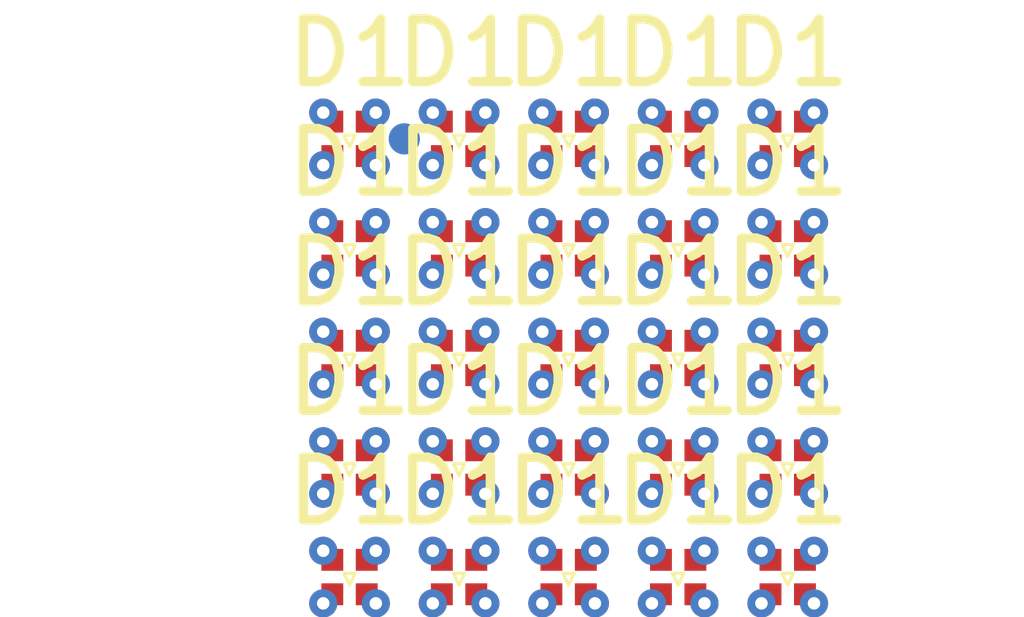
<source format=kicad_pcb>
(kicad_pcb (version 20171130) (host pcbnew 5.1.10)

  (general
    (thickness 1.6)
    (drawings 0)
    (tracks 125)
    (zones 0)
    (modules 26)
    (nets 5)
  )

  (page A4)
  (layers
    (0 F.Cu signal)
    (31 B.Cu signal)
    (32 B.Adhes user)
    (33 F.Adhes user)
    (34 B.Paste user)
    (35 F.Paste user)
    (36 B.SilkS user)
    (37 F.SilkS user)
    (38 B.Mask user)
    (39 F.Mask user)
    (40 Dwgs.User user)
    (41 Cmts.User user)
    (42 Eco1.User user)
    (43 Eco2.User user)
    (44 Edge.Cuts user)
    (45 Margin user)
    (46 B.CrtYd user)
    (47 F.CrtYd user)
    (48 B.Fab user)
    (49 F.Fab user)
  )

  (setup
    (last_trace_width 0.09)
    (user_trace_width 0.127)
    (trace_clearance 0.127)
    (zone_clearance 0.508)
    (zone_45_only no)
    (trace_min 0.09)
    (via_size 0.45)
    (via_drill 0.2)
    (via_min_size 0.45)
    (via_min_drill 0.2)
    (uvia_size 0.3)
    (uvia_drill 0.1)
    (uvias_allowed no)
    (uvia_min_size 0.2)
    (uvia_min_drill 0.1)
    (edge_width 0.05)
    (segment_width 0.2)
    (pcb_text_width 0.3)
    (pcb_text_size 1.5 1.5)
    (mod_edge_width 0.12)
    (mod_text_size 1 1)
    (mod_text_width 0.15)
    (pad_size 1.524 1.524)
    (pad_drill 0.762)
    (pad_to_mask_clearance 0)
    (aux_axis_origin 0 0)
    (visible_elements FFFFFF7F)
    (pcbplotparams
      (layerselection 0x010fc_ffffffff)
      (usegerberextensions false)
      (usegerberattributes true)
      (usegerberadvancedattributes true)
      (creategerberjobfile true)
      (excludeedgelayer true)
      (linewidth 0.100000)
      (plotframeref false)
      (viasonmask false)
      (mode 1)
      (useauxorigin false)
      (hpglpennumber 1)
      (hpglpenspeed 20)
      (hpglpendiameter 15.000000)
      (psnegative false)
      (psa4output false)
      (plotreference true)
      (plotvalue true)
      (plotinvisibletext false)
      (padsonsilk false)
      (subtractmaskfromsilk false)
      (outputformat 1)
      (mirror false)
      (drillshape 1)
      (scaleselection 1)
      (outputdirectory ""))
  )

  (net 0 "")
  (net 1 "Net-(D1-Pad1)")
  (net 2 "Net-(D1-Pad2)")
  (net 3 "Net-(D1-Pad3)")
  (net 4 "Net-(D1-Pad4)")

  (net_class Default "This is the default net class."
    (clearance 0.127)
    (trace_width 0.09)
    (via_dia 0.45)
    (via_drill 0.2)
    (uvia_dia 0.3)
    (uvia_drill 0.1)
    (add_net "Net-(D1-Pad1)")
    (add_net "Net-(D1-Pad2)")
    (add_net "Net-(D1-Pad3)")
    (add_net "Net-(D1-Pad4)")
  )

  (module LED_SMD_RGB:MHPA0808RGBDT (layer F.Cu) (tedit 60A059CC) (tstamp 613CFE53)
    (at 121.5 108.45)
    (path /60A05D76)
    (attr smd)
    (fp_text reference D1 (at 0 -1.37) (layer F.SilkS)
      (effects (font (size 1 1) (thickness 0.15)))
    )
    (fp_text value LED_ARGB (at 0 -0.5) (layer F.Fab)
      (effects (font (size 1 1) (thickness 0.15)))
    )
    (fp_line (start -0.09 -0.06) (end 0.09 -0.06) (layer F.SilkS) (width 0.05))
    (fp_line (start 0.09 -0.06) (end 0 0.13) (layer F.SilkS) (width 0.05))
    (fp_line (start 0 0.13) (end -0.09 -0.06) (layer F.SilkS) (width 0.05))
    (pad 4 smd rect (at -0.275 -0.275) (size 0.35 0.35) (layers F.Cu F.Paste F.Mask)
      (net 4 "Net-(D1-Pad4)"))
    (pad 3 smd rect (at -0.275 0.275) (size 0.35 0.35) (layers F.Cu F.Paste F.Mask)
      (net 3 "Net-(D1-Pad3)"))
    (pad 2 smd rect (at 0.275 0.275 180) (size 0.35 0.35) (layers F.Cu F.Paste F.Mask)
      (net 2 "Net-(D1-Pad2)"))
    (pad 1 smd rect (at 0.275 -0.275 180) (size 0.35 0.35) (layers F.Cu F.Paste F.Mask)
      (net 1 "Net-(D1-Pad1)"))
    (model ${KISYS3DMOD}/LED_SMD.3dshapes/LED_0201_0603Metric.step
      (offset (xyz 0 0 -0.05))
      (scale (xyz 1 1.8 1.9))
      (rotate (xyz 0 0 0))
    )
  )

  (module LED_SMD_RGB:MHPA0808RGBDT (layer F.Cu) (tedit 60A059CC) (tstamp 613CFE3F)
    (at 119.75 108.45)
    (path /60A05D76)
    (attr smd)
    (fp_text reference D1 (at 0 -1.37) (layer F.SilkS)
      (effects (font (size 1 1) (thickness 0.15)))
    )
    (fp_text value LED_ARGB (at 0 -0.5) (layer F.Fab)
      (effects (font (size 1 1) (thickness 0.15)))
    )
    (fp_line (start -0.09 -0.06) (end 0.09 -0.06) (layer F.SilkS) (width 0.05))
    (fp_line (start 0.09 -0.06) (end 0 0.13) (layer F.SilkS) (width 0.05))
    (fp_line (start 0 0.13) (end -0.09 -0.06) (layer F.SilkS) (width 0.05))
    (pad 4 smd rect (at -0.275 -0.275) (size 0.35 0.35) (layers F.Cu F.Paste F.Mask)
      (net 4 "Net-(D1-Pad4)"))
    (pad 3 smd rect (at -0.275 0.275) (size 0.35 0.35) (layers F.Cu F.Paste F.Mask)
      (net 3 "Net-(D1-Pad3)"))
    (pad 2 smd rect (at 0.275 0.275 180) (size 0.35 0.35) (layers F.Cu F.Paste F.Mask)
      (net 2 "Net-(D1-Pad2)"))
    (pad 1 smd rect (at 0.275 -0.275 180) (size 0.35 0.35) (layers F.Cu F.Paste F.Mask)
      (net 1 "Net-(D1-Pad1)"))
    (model ${KISYS3DMOD}/LED_SMD.3dshapes/LED_0201_0603Metric.step
      (offset (xyz 0 0 -0.05))
      (scale (xyz 1 1.8 1.9))
      (rotate (xyz 0 0 0))
    )
  )

  (module LED_SMD_RGB:MHPA0808RGBDT (layer F.Cu) (tedit 60A059CC) (tstamp 613CFE2B)
    (at 118 108.45)
    (path /60A05D76)
    (attr smd)
    (fp_text reference D1 (at 0 -1.37) (layer F.SilkS)
      (effects (font (size 1 1) (thickness 0.15)))
    )
    (fp_text value LED_ARGB (at 0 -0.5) (layer F.Fab)
      (effects (font (size 1 1) (thickness 0.15)))
    )
    (fp_line (start -0.09 -0.06) (end 0.09 -0.06) (layer F.SilkS) (width 0.05))
    (fp_line (start 0.09 -0.06) (end 0 0.13) (layer F.SilkS) (width 0.05))
    (fp_line (start 0 0.13) (end -0.09 -0.06) (layer F.SilkS) (width 0.05))
    (pad 4 smd rect (at -0.275 -0.275) (size 0.35 0.35) (layers F.Cu F.Paste F.Mask)
      (net 4 "Net-(D1-Pad4)"))
    (pad 3 smd rect (at -0.275 0.275) (size 0.35 0.35) (layers F.Cu F.Paste F.Mask)
      (net 3 "Net-(D1-Pad3)"))
    (pad 2 smd rect (at 0.275 0.275 180) (size 0.35 0.35) (layers F.Cu F.Paste F.Mask)
      (net 2 "Net-(D1-Pad2)"))
    (pad 1 smd rect (at 0.275 -0.275 180) (size 0.35 0.35) (layers F.Cu F.Paste F.Mask)
      (net 1 "Net-(D1-Pad1)"))
    (model ${KISYS3DMOD}/LED_SMD.3dshapes/LED_0201_0603Metric.step
      (offset (xyz 0 0 -0.05))
      (scale (xyz 1 1.8 1.9))
      (rotate (xyz 0 0 0))
    )
  )

  (module LED_SMD_RGB:MHPA0808RGBDT (layer F.Cu) (tedit 60A059CC) (tstamp 613CFE17)
    (at 116.25 108.45)
    (path /60A05D76)
    (attr smd)
    (fp_text reference D1 (at 0 -1.37) (layer F.SilkS)
      (effects (font (size 1 1) (thickness 0.15)))
    )
    (fp_text value LED_ARGB (at 0 -0.5) (layer F.Fab)
      (effects (font (size 1 1) (thickness 0.15)))
    )
    (fp_line (start -0.09 -0.06) (end 0.09 -0.06) (layer F.SilkS) (width 0.05))
    (fp_line (start 0.09 -0.06) (end 0 0.13) (layer F.SilkS) (width 0.05))
    (fp_line (start 0 0.13) (end -0.09 -0.06) (layer F.SilkS) (width 0.05))
    (pad 4 smd rect (at -0.275 -0.275) (size 0.35 0.35) (layers F.Cu F.Paste F.Mask)
      (net 4 "Net-(D1-Pad4)"))
    (pad 3 smd rect (at -0.275 0.275) (size 0.35 0.35) (layers F.Cu F.Paste F.Mask)
      (net 3 "Net-(D1-Pad3)"))
    (pad 2 smd rect (at 0.275 0.275 180) (size 0.35 0.35) (layers F.Cu F.Paste F.Mask)
      (net 2 "Net-(D1-Pad2)"))
    (pad 1 smd rect (at 0.275 -0.275 180) (size 0.35 0.35) (layers F.Cu F.Paste F.Mask)
      (net 1 "Net-(D1-Pad1)"))
    (model ${KISYS3DMOD}/LED_SMD.3dshapes/LED_0201_0603Metric.step
      (offset (xyz 0 0 -0.05))
      (scale (xyz 1 1.8 1.9))
      (rotate (xyz 0 0 0))
    )
  )

  (module LED_SMD_RGB:MHPA0808RGBDT (layer F.Cu) (tedit 60A059CC) (tstamp 613CFE03)
    (at 114.5 108.45)
    (path /60A05D76)
    (attr smd)
    (fp_text reference D1 (at 0 -1.37) (layer F.SilkS)
      (effects (font (size 1 1) (thickness 0.15)))
    )
    (fp_text value LED_ARGB (at 0 -0.5) (layer F.Fab)
      (effects (font (size 1 1) (thickness 0.15)))
    )
    (fp_line (start -0.09 -0.06) (end 0.09 -0.06) (layer F.SilkS) (width 0.05))
    (fp_line (start 0.09 -0.06) (end 0 0.13) (layer F.SilkS) (width 0.05))
    (fp_line (start 0 0.13) (end -0.09 -0.06) (layer F.SilkS) (width 0.05))
    (pad 4 smd rect (at -0.275 -0.275) (size 0.35 0.35) (layers F.Cu F.Paste F.Mask)
      (net 4 "Net-(D1-Pad4)"))
    (pad 3 smd rect (at -0.275 0.275) (size 0.35 0.35) (layers F.Cu F.Paste F.Mask)
      (net 3 "Net-(D1-Pad3)"))
    (pad 2 smd rect (at 0.275 0.275 180) (size 0.35 0.35) (layers F.Cu F.Paste F.Mask)
      (net 2 "Net-(D1-Pad2)"))
    (pad 1 smd rect (at 0.275 -0.275 180) (size 0.35 0.35) (layers F.Cu F.Paste F.Mask)
      (net 1 "Net-(D1-Pad1)"))
    (model ${KISYS3DMOD}/LED_SMD.3dshapes/LED_0201_0603Metric.step
      (offset (xyz 0 0 -0.05))
      (scale (xyz 1 1.8 1.9))
      (rotate (xyz 0 0 0))
    )
  )

  (module LED_SMD_RGB:MHPA0808RGBDT (layer F.Cu) (tedit 60A059CC) (tstamp 613CFDEF)
    (at 121.5 106.7)
    (path /60A05D76)
    (attr smd)
    (fp_text reference D1 (at 0 -1.37) (layer F.SilkS)
      (effects (font (size 1 1) (thickness 0.15)))
    )
    (fp_text value LED_ARGB (at 0 -0.5) (layer F.Fab)
      (effects (font (size 1 1) (thickness 0.15)))
    )
    (fp_line (start -0.09 -0.06) (end 0.09 -0.06) (layer F.SilkS) (width 0.05))
    (fp_line (start 0.09 -0.06) (end 0 0.13) (layer F.SilkS) (width 0.05))
    (fp_line (start 0 0.13) (end -0.09 -0.06) (layer F.SilkS) (width 0.05))
    (pad 4 smd rect (at -0.275 -0.275) (size 0.35 0.35) (layers F.Cu F.Paste F.Mask)
      (net 4 "Net-(D1-Pad4)"))
    (pad 3 smd rect (at -0.275 0.275) (size 0.35 0.35) (layers F.Cu F.Paste F.Mask)
      (net 3 "Net-(D1-Pad3)"))
    (pad 2 smd rect (at 0.275 0.275 180) (size 0.35 0.35) (layers F.Cu F.Paste F.Mask)
      (net 2 "Net-(D1-Pad2)"))
    (pad 1 smd rect (at 0.275 -0.275 180) (size 0.35 0.35) (layers F.Cu F.Paste F.Mask)
      (net 1 "Net-(D1-Pad1)"))
    (model ${KISYS3DMOD}/LED_SMD.3dshapes/LED_0201_0603Metric.step
      (offset (xyz 0 0 -0.05))
      (scale (xyz 1 1.8 1.9))
      (rotate (xyz 0 0 0))
    )
  )

  (module LED_SMD_RGB:MHPA0808RGBDT (layer F.Cu) (tedit 60A059CC) (tstamp 613CFDDB)
    (at 119.75 106.7)
    (path /60A05D76)
    (attr smd)
    (fp_text reference D1 (at 0 -1.37) (layer F.SilkS)
      (effects (font (size 1 1) (thickness 0.15)))
    )
    (fp_text value LED_ARGB (at 0 -0.5) (layer F.Fab)
      (effects (font (size 1 1) (thickness 0.15)))
    )
    (fp_line (start -0.09 -0.06) (end 0.09 -0.06) (layer F.SilkS) (width 0.05))
    (fp_line (start 0.09 -0.06) (end 0 0.13) (layer F.SilkS) (width 0.05))
    (fp_line (start 0 0.13) (end -0.09 -0.06) (layer F.SilkS) (width 0.05))
    (pad 4 smd rect (at -0.275 -0.275) (size 0.35 0.35) (layers F.Cu F.Paste F.Mask)
      (net 4 "Net-(D1-Pad4)"))
    (pad 3 smd rect (at -0.275 0.275) (size 0.35 0.35) (layers F.Cu F.Paste F.Mask)
      (net 3 "Net-(D1-Pad3)"))
    (pad 2 smd rect (at 0.275 0.275 180) (size 0.35 0.35) (layers F.Cu F.Paste F.Mask)
      (net 2 "Net-(D1-Pad2)"))
    (pad 1 smd rect (at 0.275 -0.275 180) (size 0.35 0.35) (layers F.Cu F.Paste F.Mask)
      (net 1 "Net-(D1-Pad1)"))
    (model ${KISYS3DMOD}/LED_SMD.3dshapes/LED_0201_0603Metric.step
      (offset (xyz 0 0 -0.05))
      (scale (xyz 1 1.8 1.9))
      (rotate (xyz 0 0 0))
    )
  )

  (module LED_SMD_RGB:MHPA0808RGBDT (layer F.Cu) (tedit 60A059CC) (tstamp 613CFDC7)
    (at 118 106.7)
    (path /60A05D76)
    (attr smd)
    (fp_text reference D1 (at 0 -1.37) (layer F.SilkS)
      (effects (font (size 1 1) (thickness 0.15)))
    )
    (fp_text value LED_ARGB (at 0 -0.5) (layer F.Fab)
      (effects (font (size 1 1) (thickness 0.15)))
    )
    (fp_line (start -0.09 -0.06) (end 0.09 -0.06) (layer F.SilkS) (width 0.05))
    (fp_line (start 0.09 -0.06) (end 0 0.13) (layer F.SilkS) (width 0.05))
    (fp_line (start 0 0.13) (end -0.09 -0.06) (layer F.SilkS) (width 0.05))
    (pad 4 smd rect (at -0.275 -0.275) (size 0.35 0.35) (layers F.Cu F.Paste F.Mask)
      (net 4 "Net-(D1-Pad4)"))
    (pad 3 smd rect (at -0.275 0.275) (size 0.35 0.35) (layers F.Cu F.Paste F.Mask)
      (net 3 "Net-(D1-Pad3)"))
    (pad 2 smd rect (at 0.275 0.275 180) (size 0.35 0.35) (layers F.Cu F.Paste F.Mask)
      (net 2 "Net-(D1-Pad2)"))
    (pad 1 smd rect (at 0.275 -0.275 180) (size 0.35 0.35) (layers F.Cu F.Paste F.Mask)
      (net 1 "Net-(D1-Pad1)"))
    (model ${KISYS3DMOD}/LED_SMD.3dshapes/LED_0201_0603Metric.step
      (offset (xyz 0 0 -0.05))
      (scale (xyz 1 1.8 1.9))
      (rotate (xyz 0 0 0))
    )
  )

  (module LED_SMD_RGB:MHPA0808RGBDT (layer F.Cu) (tedit 60A059CC) (tstamp 613CFDB3)
    (at 116.25 106.7)
    (path /60A05D76)
    (attr smd)
    (fp_text reference D1 (at 0 -1.37) (layer F.SilkS)
      (effects (font (size 1 1) (thickness 0.15)))
    )
    (fp_text value LED_ARGB (at 0 -0.5) (layer F.Fab)
      (effects (font (size 1 1) (thickness 0.15)))
    )
    (fp_line (start -0.09 -0.06) (end 0.09 -0.06) (layer F.SilkS) (width 0.05))
    (fp_line (start 0.09 -0.06) (end 0 0.13) (layer F.SilkS) (width 0.05))
    (fp_line (start 0 0.13) (end -0.09 -0.06) (layer F.SilkS) (width 0.05))
    (pad 4 smd rect (at -0.275 -0.275) (size 0.35 0.35) (layers F.Cu F.Paste F.Mask)
      (net 4 "Net-(D1-Pad4)"))
    (pad 3 smd rect (at -0.275 0.275) (size 0.35 0.35) (layers F.Cu F.Paste F.Mask)
      (net 3 "Net-(D1-Pad3)"))
    (pad 2 smd rect (at 0.275 0.275 180) (size 0.35 0.35) (layers F.Cu F.Paste F.Mask)
      (net 2 "Net-(D1-Pad2)"))
    (pad 1 smd rect (at 0.275 -0.275 180) (size 0.35 0.35) (layers F.Cu F.Paste F.Mask)
      (net 1 "Net-(D1-Pad1)"))
    (model ${KISYS3DMOD}/LED_SMD.3dshapes/LED_0201_0603Metric.step
      (offset (xyz 0 0 -0.05))
      (scale (xyz 1 1.8 1.9))
      (rotate (xyz 0 0 0))
    )
  )

  (module LED_SMD_RGB:MHPA0808RGBDT (layer F.Cu) (tedit 60A059CC) (tstamp 613CFD9F)
    (at 114.5 106.7)
    (path /60A05D76)
    (attr smd)
    (fp_text reference D1 (at 0 -1.37) (layer F.SilkS)
      (effects (font (size 1 1) (thickness 0.15)))
    )
    (fp_text value LED_ARGB (at 0 -0.5) (layer F.Fab)
      (effects (font (size 1 1) (thickness 0.15)))
    )
    (fp_line (start -0.09 -0.06) (end 0.09 -0.06) (layer F.SilkS) (width 0.05))
    (fp_line (start 0.09 -0.06) (end 0 0.13) (layer F.SilkS) (width 0.05))
    (fp_line (start 0 0.13) (end -0.09 -0.06) (layer F.SilkS) (width 0.05))
    (pad 4 smd rect (at -0.275 -0.275) (size 0.35 0.35) (layers F.Cu F.Paste F.Mask)
      (net 4 "Net-(D1-Pad4)"))
    (pad 3 smd rect (at -0.275 0.275) (size 0.35 0.35) (layers F.Cu F.Paste F.Mask)
      (net 3 "Net-(D1-Pad3)"))
    (pad 2 smd rect (at 0.275 0.275 180) (size 0.35 0.35) (layers F.Cu F.Paste F.Mask)
      (net 2 "Net-(D1-Pad2)"))
    (pad 1 smd rect (at 0.275 -0.275 180) (size 0.35 0.35) (layers F.Cu F.Paste F.Mask)
      (net 1 "Net-(D1-Pad1)"))
    (model ${KISYS3DMOD}/LED_SMD.3dshapes/LED_0201_0603Metric.step
      (offset (xyz 0 0 -0.05))
      (scale (xyz 1 1.8 1.9))
      (rotate (xyz 0 0 0))
    )
  )

  (module LED_SMD_RGB:MHPA0808RGBDT (layer F.Cu) (tedit 60A059CC) (tstamp 613CFD8B)
    (at 121.5 104.95)
    (path /60A05D76)
    (attr smd)
    (fp_text reference D1 (at 0 -1.37) (layer F.SilkS)
      (effects (font (size 1 1) (thickness 0.15)))
    )
    (fp_text value LED_ARGB (at 0 -0.5) (layer F.Fab)
      (effects (font (size 1 1) (thickness 0.15)))
    )
    (fp_line (start -0.09 -0.06) (end 0.09 -0.06) (layer F.SilkS) (width 0.05))
    (fp_line (start 0.09 -0.06) (end 0 0.13) (layer F.SilkS) (width 0.05))
    (fp_line (start 0 0.13) (end -0.09 -0.06) (layer F.SilkS) (width 0.05))
    (pad 4 smd rect (at -0.275 -0.275) (size 0.35 0.35) (layers F.Cu F.Paste F.Mask)
      (net 4 "Net-(D1-Pad4)"))
    (pad 3 smd rect (at -0.275 0.275) (size 0.35 0.35) (layers F.Cu F.Paste F.Mask)
      (net 3 "Net-(D1-Pad3)"))
    (pad 2 smd rect (at 0.275 0.275 180) (size 0.35 0.35) (layers F.Cu F.Paste F.Mask)
      (net 2 "Net-(D1-Pad2)"))
    (pad 1 smd rect (at 0.275 -0.275 180) (size 0.35 0.35) (layers F.Cu F.Paste F.Mask)
      (net 1 "Net-(D1-Pad1)"))
    (model ${KISYS3DMOD}/LED_SMD.3dshapes/LED_0201_0603Metric.step
      (offset (xyz 0 0 -0.05))
      (scale (xyz 1 1.8 1.9))
      (rotate (xyz 0 0 0))
    )
  )

  (module LED_SMD_RGB:MHPA0808RGBDT (layer F.Cu) (tedit 60A059CC) (tstamp 613CFD77)
    (at 119.75 104.95)
    (path /60A05D76)
    (attr smd)
    (fp_text reference D1 (at 0 -1.37) (layer F.SilkS)
      (effects (font (size 1 1) (thickness 0.15)))
    )
    (fp_text value LED_ARGB (at 0 -0.5) (layer F.Fab)
      (effects (font (size 1 1) (thickness 0.15)))
    )
    (fp_line (start -0.09 -0.06) (end 0.09 -0.06) (layer F.SilkS) (width 0.05))
    (fp_line (start 0.09 -0.06) (end 0 0.13) (layer F.SilkS) (width 0.05))
    (fp_line (start 0 0.13) (end -0.09 -0.06) (layer F.SilkS) (width 0.05))
    (pad 4 smd rect (at -0.275 -0.275) (size 0.35 0.35) (layers F.Cu F.Paste F.Mask)
      (net 4 "Net-(D1-Pad4)"))
    (pad 3 smd rect (at -0.275 0.275) (size 0.35 0.35) (layers F.Cu F.Paste F.Mask)
      (net 3 "Net-(D1-Pad3)"))
    (pad 2 smd rect (at 0.275 0.275 180) (size 0.35 0.35) (layers F.Cu F.Paste F.Mask)
      (net 2 "Net-(D1-Pad2)"))
    (pad 1 smd rect (at 0.275 -0.275 180) (size 0.35 0.35) (layers F.Cu F.Paste F.Mask)
      (net 1 "Net-(D1-Pad1)"))
    (model ${KISYS3DMOD}/LED_SMD.3dshapes/LED_0201_0603Metric.step
      (offset (xyz 0 0 -0.05))
      (scale (xyz 1 1.8 1.9))
      (rotate (xyz 0 0 0))
    )
  )

  (module LED_SMD_RGB:MHPA0808RGBDT (layer F.Cu) (tedit 60A059CC) (tstamp 613CFD63)
    (at 118 104.95)
    (path /60A05D76)
    (attr smd)
    (fp_text reference D1 (at 0 -1.37) (layer F.SilkS)
      (effects (font (size 1 1) (thickness 0.15)))
    )
    (fp_text value LED_ARGB (at 0 -0.5) (layer F.Fab)
      (effects (font (size 1 1) (thickness 0.15)))
    )
    (fp_line (start -0.09 -0.06) (end 0.09 -0.06) (layer F.SilkS) (width 0.05))
    (fp_line (start 0.09 -0.06) (end 0 0.13) (layer F.SilkS) (width 0.05))
    (fp_line (start 0 0.13) (end -0.09 -0.06) (layer F.SilkS) (width 0.05))
    (pad 4 smd rect (at -0.275 -0.275) (size 0.35 0.35) (layers F.Cu F.Paste F.Mask)
      (net 4 "Net-(D1-Pad4)"))
    (pad 3 smd rect (at -0.275 0.275) (size 0.35 0.35) (layers F.Cu F.Paste F.Mask)
      (net 3 "Net-(D1-Pad3)"))
    (pad 2 smd rect (at 0.275 0.275 180) (size 0.35 0.35) (layers F.Cu F.Paste F.Mask)
      (net 2 "Net-(D1-Pad2)"))
    (pad 1 smd rect (at 0.275 -0.275 180) (size 0.35 0.35) (layers F.Cu F.Paste F.Mask)
      (net 1 "Net-(D1-Pad1)"))
    (model ${KISYS3DMOD}/LED_SMD.3dshapes/LED_0201_0603Metric.step
      (offset (xyz 0 0 -0.05))
      (scale (xyz 1 1.8 1.9))
      (rotate (xyz 0 0 0))
    )
  )

  (module LED_SMD_RGB:MHPA0808RGBDT (layer F.Cu) (tedit 60A059CC) (tstamp 613CFD4F)
    (at 116.25 104.95)
    (path /60A05D76)
    (attr smd)
    (fp_text reference D1 (at 0 -1.37) (layer F.SilkS)
      (effects (font (size 1 1) (thickness 0.15)))
    )
    (fp_text value LED_ARGB (at 0 -0.5) (layer F.Fab)
      (effects (font (size 1 1) (thickness 0.15)))
    )
    (fp_line (start -0.09 -0.06) (end 0.09 -0.06) (layer F.SilkS) (width 0.05))
    (fp_line (start 0.09 -0.06) (end 0 0.13) (layer F.SilkS) (width 0.05))
    (fp_line (start 0 0.13) (end -0.09 -0.06) (layer F.SilkS) (width 0.05))
    (pad 4 smd rect (at -0.275 -0.275) (size 0.35 0.35) (layers F.Cu F.Paste F.Mask)
      (net 4 "Net-(D1-Pad4)"))
    (pad 3 smd rect (at -0.275 0.275) (size 0.35 0.35) (layers F.Cu F.Paste F.Mask)
      (net 3 "Net-(D1-Pad3)"))
    (pad 2 smd rect (at 0.275 0.275 180) (size 0.35 0.35) (layers F.Cu F.Paste F.Mask)
      (net 2 "Net-(D1-Pad2)"))
    (pad 1 smd rect (at 0.275 -0.275 180) (size 0.35 0.35) (layers F.Cu F.Paste F.Mask)
      (net 1 "Net-(D1-Pad1)"))
    (model ${KISYS3DMOD}/LED_SMD.3dshapes/LED_0201_0603Metric.step
      (offset (xyz 0 0 -0.05))
      (scale (xyz 1 1.8 1.9))
      (rotate (xyz 0 0 0))
    )
  )

  (module LED_SMD_RGB:MHPA0808RGBDT (layer F.Cu) (tedit 60A059CC) (tstamp 613CFD3B)
    (at 114.5 104.95)
    (path /60A05D76)
    (attr smd)
    (fp_text reference D1 (at 0 -1.37) (layer F.SilkS)
      (effects (font (size 1 1) (thickness 0.15)))
    )
    (fp_text value LED_ARGB (at 0 -0.5) (layer F.Fab)
      (effects (font (size 1 1) (thickness 0.15)))
    )
    (fp_line (start -0.09 -0.06) (end 0.09 -0.06) (layer F.SilkS) (width 0.05))
    (fp_line (start 0.09 -0.06) (end 0 0.13) (layer F.SilkS) (width 0.05))
    (fp_line (start 0 0.13) (end -0.09 -0.06) (layer F.SilkS) (width 0.05))
    (pad 4 smd rect (at -0.275 -0.275) (size 0.35 0.35) (layers F.Cu F.Paste F.Mask)
      (net 4 "Net-(D1-Pad4)"))
    (pad 3 smd rect (at -0.275 0.275) (size 0.35 0.35) (layers F.Cu F.Paste F.Mask)
      (net 3 "Net-(D1-Pad3)"))
    (pad 2 smd rect (at 0.275 0.275 180) (size 0.35 0.35) (layers F.Cu F.Paste F.Mask)
      (net 2 "Net-(D1-Pad2)"))
    (pad 1 smd rect (at 0.275 -0.275 180) (size 0.35 0.35) (layers F.Cu F.Paste F.Mask)
      (net 1 "Net-(D1-Pad1)"))
    (model ${KISYS3DMOD}/LED_SMD.3dshapes/LED_0201_0603Metric.step
      (offset (xyz 0 0 -0.05))
      (scale (xyz 1 1.8 1.9))
      (rotate (xyz 0 0 0))
    )
  )

  (module LED_SMD_RGB:MHPA0808RGBDT (layer F.Cu) (tedit 60A059CC) (tstamp 613CFD27)
    (at 121.5 103.2)
    (path /60A05D76)
    (attr smd)
    (fp_text reference D1 (at 0 -1.37) (layer F.SilkS)
      (effects (font (size 1 1) (thickness 0.15)))
    )
    (fp_text value LED_ARGB (at 0 -0.5) (layer F.Fab)
      (effects (font (size 1 1) (thickness 0.15)))
    )
    (fp_line (start -0.09 -0.06) (end 0.09 -0.06) (layer F.SilkS) (width 0.05))
    (fp_line (start 0.09 -0.06) (end 0 0.13) (layer F.SilkS) (width 0.05))
    (fp_line (start 0 0.13) (end -0.09 -0.06) (layer F.SilkS) (width 0.05))
    (pad 4 smd rect (at -0.275 -0.275) (size 0.35 0.35) (layers F.Cu F.Paste F.Mask)
      (net 4 "Net-(D1-Pad4)"))
    (pad 3 smd rect (at -0.275 0.275) (size 0.35 0.35) (layers F.Cu F.Paste F.Mask)
      (net 3 "Net-(D1-Pad3)"))
    (pad 2 smd rect (at 0.275 0.275 180) (size 0.35 0.35) (layers F.Cu F.Paste F.Mask)
      (net 2 "Net-(D1-Pad2)"))
    (pad 1 smd rect (at 0.275 -0.275 180) (size 0.35 0.35) (layers F.Cu F.Paste F.Mask)
      (net 1 "Net-(D1-Pad1)"))
    (model ${KISYS3DMOD}/LED_SMD.3dshapes/LED_0201_0603Metric.step
      (offset (xyz 0 0 -0.05))
      (scale (xyz 1 1.8 1.9))
      (rotate (xyz 0 0 0))
    )
  )

  (module LED_SMD_RGB:MHPA0808RGBDT (layer F.Cu) (tedit 60A059CC) (tstamp 613CFD13)
    (at 119.75 103.2)
    (path /60A05D76)
    (attr smd)
    (fp_text reference D1 (at 0 -1.37) (layer F.SilkS)
      (effects (font (size 1 1) (thickness 0.15)))
    )
    (fp_text value LED_ARGB (at 0 -0.5) (layer F.Fab)
      (effects (font (size 1 1) (thickness 0.15)))
    )
    (fp_line (start -0.09 -0.06) (end 0.09 -0.06) (layer F.SilkS) (width 0.05))
    (fp_line (start 0.09 -0.06) (end 0 0.13) (layer F.SilkS) (width 0.05))
    (fp_line (start 0 0.13) (end -0.09 -0.06) (layer F.SilkS) (width 0.05))
    (pad 4 smd rect (at -0.275 -0.275) (size 0.35 0.35) (layers F.Cu F.Paste F.Mask)
      (net 4 "Net-(D1-Pad4)"))
    (pad 3 smd rect (at -0.275 0.275) (size 0.35 0.35) (layers F.Cu F.Paste F.Mask)
      (net 3 "Net-(D1-Pad3)"))
    (pad 2 smd rect (at 0.275 0.275 180) (size 0.35 0.35) (layers F.Cu F.Paste F.Mask)
      (net 2 "Net-(D1-Pad2)"))
    (pad 1 smd rect (at 0.275 -0.275 180) (size 0.35 0.35) (layers F.Cu F.Paste F.Mask)
      (net 1 "Net-(D1-Pad1)"))
    (model ${KISYS3DMOD}/LED_SMD.3dshapes/LED_0201_0603Metric.step
      (offset (xyz 0 0 -0.05))
      (scale (xyz 1 1.8 1.9))
      (rotate (xyz 0 0 0))
    )
  )

  (module LED_SMD_RGB:MHPA0808RGBDT (layer F.Cu) (tedit 60A059CC) (tstamp 613CFCFF)
    (at 118 103.2)
    (path /60A05D76)
    (attr smd)
    (fp_text reference D1 (at 0 -1.37) (layer F.SilkS)
      (effects (font (size 1 1) (thickness 0.15)))
    )
    (fp_text value LED_ARGB (at 0 -0.5) (layer F.Fab)
      (effects (font (size 1 1) (thickness 0.15)))
    )
    (fp_line (start -0.09 -0.06) (end 0.09 -0.06) (layer F.SilkS) (width 0.05))
    (fp_line (start 0.09 -0.06) (end 0 0.13) (layer F.SilkS) (width 0.05))
    (fp_line (start 0 0.13) (end -0.09 -0.06) (layer F.SilkS) (width 0.05))
    (pad 4 smd rect (at -0.275 -0.275) (size 0.35 0.35) (layers F.Cu F.Paste F.Mask)
      (net 4 "Net-(D1-Pad4)"))
    (pad 3 smd rect (at -0.275 0.275) (size 0.35 0.35) (layers F.Cu F.Paste F.Mask)
      (net 3 "Net-(D1-Pad3)"))
    (pad 2 smd rect (at 0.275 0.275 180) (size 0.35 0.35) (layers F.Cu F.Paste F.Mask)
      (net 2 "Net-(D1-Pad2)"))
    (pad 1 smd rect (at 0.275 -0.275 180) (size 0.35 0.35) (layers F.Cu F.Paste F.Mask)
      (net 1 "Net-(D1-Pad1)"))
    (model ${KISYS3DMOD}/LED_SMD.3dshapes/LED_0201_0603Metric.step
      (offset (xyz 0 0 -0.05))
      (scale (xyz 1 1.8 1.9))
      (rotate (xyz 0 0 0))
    )
  )

  (module LED_SMD_RGB:MHPA0808RGBDT (layer F.Cu) (tedit 60A059CC) (tstamp 613CFCEB)
    (at 116.25 103.2)
    (path /60A05D76)
    (attr smd)
    (fp_text reference D1 (at 0 -1.37) (layer F.SilkS)
      (effects (font (size 1 1) (thickness 0.15)))
    )
    (fp_text value LED_ARGB (at 0 -0.5) (layer F.Fab)
      (effects (font (size 1 1) (thickness 0.15)))
    )
    (fp_line (start -0.09 -0.06) (end 0.09 -0.06) (layer F.SilkS) (width 0.05))
    (fp_line (start 0.09 -0.06) (end 0 0.13) (layer F.SilkS) (width 0.05))
    (fp_line (start 0 0.13) (end -0.09 -0.06) (layer F.SilkS) (width 0.05))
    (pad 4 smd rect (at -0.275 -0.275) (size 0.35 0.35) (layers F.Cu F.Paste F.Mask)
      (net 4 "Net-(D1-Pad4)"))
    (pad 3 smd rect (at -0.275 0.275) (size 0.35 0.35) (layers F.Cu F.Paste F.Mask)
      (net 3 "Net-(D1-Pad3)"))
    (pad 2 smd rect (at 0.275 0.275 180) (size 0.35 0.35) (layers F.Cu F.Paste F.Mask)
      (net 2 "Net-(D1-Pad2)"))
    (pad 1 smd rect (at 0.275 -0.275 180) (size 0.35 0.35) (layers F.Cu F.Paste F.Mask)
      (net 1 "Net-(D1-Pad1)"))
    (model ${KISYS3DMOD}/LED_SMD.3dshapes/LED_0201_0603Metric.step
      (offset (xyz 0 0 -0.05))
      (scale (xyz 1 1.8 1.9))
      (rotate (xyz 0 0 0))
    )
  )

  (module LED_SMD_RGB:MHPA0808RGBDT (layer F.Cu) (tedit 60A059CC) (tstamp 613CFCD7)
    (at 114.5 103.2)
    (path /60A05D76)
    (attr smd)
    (fp_text reference D1 (at 0 -1.37) (layer F.SilkS)
      (effects (font (size 1 1) (thickness 0.15)))
    )
    (fp_text value LED_ARGB (at 0 -0.5) (layer F.Fab)
      (effects (font (size 1 1) (thickness 0.15)))
    )
    (fp_line (start -0.09 -0.06) (end 0.09 -0.06) (layer F.SilkS) (width 0.05))
    (fp_line (start 0.09 -0.06) (end 0 0.13) (layer F.SilkS) (width 0.05))
    (fp_line (start 0 0.13) (end -0.09 -0.06) (layer F.SilkS) (width 0.05))
    (pad 4 smd rect (at -0.275 -0.275) (size 0.35 0.35) (layers F.Cu F.Paste F.Mask)
      (net 4 "Net-(D1-Pad4)"))
    (pad 3 smd rect (at -0.275 0.275) (size 0.35 0.35) (layers F.Cu F.Paste F.Mask)
      (net 3 "Net-(D1-Pad3)"))
    (pad 2 smd rect (at 0.275 0.275 180) (size 0.35 0.35) (layers F.Cu F.Paste F.Mask)
      (net 2 "Net-(D1-Pad2)"))
    (pad 1 smd rect (at 0.275 -0.275 180) (size 0.35 0.35) (layers F.Cu F.Paste F.Mask)
      (net 1 "Net-(D1-Pad1)"))
    (model ${KISYS3DMOD}/LED_SMD.3dshapes/LED_0201_0603Metric.step
      (offset (xyz 0 0 -0.05))
      (scale (xyz 1 1.8 1.9))
      (rotate (xyz 0 0 0))
    )
  )

  (module LED_SMD_RGB:MHPA0808RGBDT (layer F.Cu) (tedit 60A059CC) (tstamp 613CFCC3)
    (at 121.5 101.45)
    (path /60A05D76)
    (attr smd)
    (fp_text reference D1 (at 0 -1.37) (layer F.SilkS)
      (effects (font (size 1 1) (thickness 0.15)))
    )
    (fp_text value LED_ARGB (at 0 -0.5) (layer F.Fab)
      (effects (font (size 1 1) (thickness 0.15)))
    )
    (fp_line (start -0.09 -0.06) (end 0.09 -0.06) (layer F.SilkS) (width 0.05))
    (fp_line (start 0.09 -0.06) (end 0 0.13) (layer F.SilkS) (width 0.05))
    (fp_line (start 0 0.13) (end -0.09 -0.06) (layer F.SilkS) (width 0.05))
    (pad 4 smd rect (at -0.275 -0.275) (size 0.35 0.35) (layers F.Cu F.Paste F.Mask)
      (net 4 "Net-(D1-Pad4)"))
    (pad 3 smd rect (at -0.275 0.275) (size 0.35 0.35) (layers F.Cu F.Paste F.Mask)
      (net 3 "Net-(D1-Pad3)"))
    (pad 2 smd rect (at 0.275 0.275 180) (size 0.35 0.35) (layers F.Cu F.Paste F.Mask)
      (net 2 "Net-(D1-Pad2)"))
    (pad 1 smd rect (at 0.275 -0.275 180) (size 0.35 0.35) (layers F.Cu F.Paste F.Mask)
      (net 1 "Net-(D1-Pad1)"))
    (model ${KISYS3DMOD}/LED_SMD.3dshapes/LED_0201_0603Metric.step
      (offset (xyz 0 0 -0.05))
      (scale (xyz 1 1.8 1.9))
      (rotate (xyz 0 0 0))
    )
  )

  (module LED_SMD_RGB:MHPA0808RGBDT (layer F.Cu) (tedit 60A059CC) (tstamp 613CFCAF)
    (at 119.75 101.45)
    (path /60A05D76)
    (attr smd)
    (fp_text reference D1 (at 0 -1.37) (layer F.SilkS)
      (effects (font (size 1 1) (thickness 0.15)))
    )
    (fp_text value LED_ARGB (at 0 -0.5) (layer F.Fab)
      (effects (font (size 1 1) (thickness 0.15)))
    )
    (fp_line (start -0.09 -0.06) (end 0.09 -0.06) (layer F.SilkS) (width 0.05))
    (fp_line (start 0.09 -0.06) (end 0 0.13) (layer F.SilkS) (width 0.05))
    (fp_line (start 0 0.13) (end -0.09 -0.06) (layer F.SilkS) (width 0.05))
    (pad 4 smd rect (at -0.275 -0.275) (size 0.35 0.35) (layers F.Cu F.Paste F.Mask)
      (net 4 "Net-(D1-Pad4)"))
    (pad 3 smd rect (at -0.275 0.275) (size 0.35 0.35) (layers F.Cu F.Paste F.Mask)
      (net 3 "Net-(D1-Pad3)"))
    (pad 2 smd rect (at 0.275 0.275 180) (size 0.35 0.35) (layers F.Cu F.Paste F.Mask)
      (net 2 "Net-(D1-Pad2)"))
    (pad 1 smd rect (at 0.275 -0.275 180) (size 0.35 0.35) (layers F.Cu F.Paste F.Mask)
      (net 1 "Net-(D1-Pad1)"))
    (model ${KISYS3DMOD}/LED_SMD.3dshapes/LED_0201_0603Metric.step
      (offset (xyz 0 0 -0.05))
      (scale (xyz 1 1.8 1.9))
      (rotate (xyz 0 0 0))
    )
  )

  (module LED_SMD_RGB:MHPA0808RGBDT (layer F.Cu) (tedit 60A059CC) (tstamp 613CFC9B)
    (at 118 101.45)
    (path /60A05D76)
    (attr smd)
    (fp_text reference D1 (at 0 -1.37) (layer F.SilkS)
      (effects (font (size 1 1) (thickness 0.15)))
    )
    (fp_text value LED_ARGB (at 0 -0.5) (layer F.Fab)
      (effects (font (size 1 1) (thickness 0.15)))
    )
    (fp_line (start -0.09 -0.06) (end 0.09 -0.06) (layer F.SilkS) (width 0.05))
    (fp_line (start 0.09 -0.06) (end 0 0.13) (layer F.SilkS) (width 0.05))
    (fp_line (start 0 0.13) (end -0.09 -0.06) (layer F.SilkS) (width 0.05))
    (pad 4 smd rect (at -0.275 -0.275) (size 0.35 0.35) (layers F.Cu F.Paste F.Mask)
      (net 4 "Net-(D1-Pad4)"))
    (pad 3 smd rect (at -0.275 0.275) (size 0.35 0.35) (layers F.Cu F.Paste F.Mask)
      (net 3 "Net-(D1-Pad3)"))
    (pad 2 smd rect (at 0.275 0.275 180) (size 0.35 0.35) (layers F.Cu F.Paste F.Mask)
      (net 2 "Net-(D1-Pad2)"))
    (pad 1 smd rect (at 0.275 -0.275 180) (size 0.35 0.35) (layers F.Cu F.Paste F.Mask)
      (net 1 "Net-(D1-Pad1)"))
    (model ${KISYS3DMOD}/LED_SMD.3dshapes/LED_0201_0603Metric.step
      (offset (xyz 0 0 -0.05))
      (scale (xyz 1 1.8 1.9))
      (rotate (xyz 0 0 0))
    )
  )

  (module LED_SMD_RGB:MHPA0808RGBDT (layer F.Cu) (tedit 60A059CC) (tstamp 613CFC87)
    (at 116.25 101.45)
    (path /60A05D76)
    (attr smd)
    (fp_text reference D1 (at 0 -1.37) (layer F.SilkS)
      (effects (font (size 1 1) (thickness 0.15)))
    )
    (fp_text value LED_ARGB (at 0 -0.5) (layer F.Fab)
      (effects (font (size 1 1) (thickness 0.15)))
    )
    (fp_line (start -0.09 -0.06) (end 0.09 -0.06) (layer F.SilkS) (width 0.05))
    (fp_line (start 0.09 -0.06) (end 0 0.13) (layer F.SilkS) (width 0.05))
    (fp_line (start 0 0.13) (end -0.09 -0.06) (layer F.SilkS) (width 0.05))
    (pad 4 smd rect (at -0.275 -0.275) (size 0.35 0.35) (layers F.Cu F.Paste F.Mask)
      (net 4 "Net-(D1-Pad4)"))
    (pad 3 smd rect (at -0.275 0.275) (size 0.35 0.35) (layers F.Cu F.Paste F.Mask)
      (net 3 "Net-(D1-Pad3)"))
    (pad 2 smd rect (at 0.275 0.275 180) (size 0.35 0.35) (layers F.Cu F.Paste F.Mask)
      (net 2 "Net-(D1-Pad2)"))
    (pad 1 smd rect (at 0.275 -0.275 180) (size 0.35 0.35) (layers F.Cu F.Paste F.Mask)
      (net 1 "Net-(D1-Pad1)"))
    (model ${KISYS3DMOD}/LED_SMD.3dshapes/LED_0201_0603Metric.step
      (offset (xyz 0 0 -0.05))
      (scale (xyz 1 1.8 1.9))
      (rotate (xyz 0 0 0))
    )
  )

  (module TestPoint_Small:TestPoint_0.5mm (layer B.Cu) (tedit 613C9461) (tstamp 613CFC48)
    (at 115.375 101.45)
    (fp_text reference REF** (at 0 -0.5) (layer B.SilkS) hide
      (effects (font (size 1 1) (thickness 0.15)) (justify mirror))
    )
    (fp_text value TestPoint_0.5mm (at 0 0.5) (layer B.Fab)
      (effects (font (size 1 1) (thickness 0.15)) (justify mirror))
    )
    (pad 1 smd circle (at 0 0) (size 0.5 0.5) (layers B.Cu B.Paste B.Mask))
  )

  (module LED_SMD_RGB:MHPA0808RGBDT (layer F.Cu) (tedit 60A059CC) (tstamp 60A0B56C)
    (at 114.5 101.45)
    (path /60A05D76)
    (attr smd)
    (fp_text reference D1 (at 0 -1.37) (layer F.SilkS)
      (effects (font (size 1 1) (thickness 0.15)))
    )
    (fp_text value LED_ARGB (at 0 -0.5) (layer F.Fab)
      (effects (font (size 1 1) (thickness 0.15)))
    )
    (fp_line (start 0 0.13) (end -0.09 -0.06) (layer F.SilkS) (width 0.05))
    (fp_line (start 0.09 -0.06) (end 0 0.13) (layer F.SilkS) (width 0.05))
    (fp_line (start -0.09 -0.06) (end 0.09 -0.06) (layer F.SilkS) (width 0.05))
    (pad 1 smd rect (at 0.275 -0.275 180) (size 0.35 0.35) (layers F.Cu F.Paste F.Mask)
      (net 1 "Net-(D1-Pad1)"))
    (pad 2 smd rect (at 0.275 0.275 180) (size 0.35 0.35) (layers F.Cu F.Paste F.Mask)
      (net 2 "Net-(D1-Pad2)"))
    (pad 3 smd rect (at -0.275 0.275) (size 0.35 0.35) (layers F.Cu F.Paste F.Mask)
      (net 3 "Net-(D1-Pad3)"))
    (pad 4 smd rect (at -0.275 -0.275) (size 0.35 0.35) (layers F.Cu F.Paste F.Mask)
      (net 4 "Net-(D1-Pad4)"))
    (model ${KISYS3DMOD}/LED_SMD.3dshapes/LED_0201_0603Metric.step
      (offset (xyz 0 0 -0.05))
      (scale (xyz 1 1.8 1.9))
      (rotate (xyz 0 0 0))
    )
  )

  (via (at 114.92 101.03) (size 0.45) (drill 0.2) (layers F.Cu B.Cu) (net 1))
  (segment (start 114.775 101.175) (end 114.92 101.03) (width 0.127) (layer F.Cu) (net 1))
  (via (at 116.67 101.03) (size 0.45) (drill 0.2) (layers F.Cu B.Cu) (net 1) (tstamp 613CFEFB))
  (via (at 118.42 101.03) (size 0.45) (drill 0.2) (layers F.Cu B.Cu) (net 1) (tstamp 613CFEFD))
  (via (at 120.17 101.03) (size 0.45) (drill 0.2) (layers F.Cu B.Cu) (net 1) (tstamp 613CFEFF))
  (via (at 121.92 101.03) (size 0.45) (drill 0.2) (layers F.Cu B.Cu) (net 1) (tstamp 613CFF01))
  (via (at 114.92 102.78) (size 0.45) (drill 0.2) (layers F.Cu B.Cu) (net 1) (tstamp 613CFF03))
  (via (at 116.67 102.78) (size 0.45) (drill 0.2) (layers F.Cu B.Cu) (net 1) (tstamp 613CFF05))
  (via (at 118.42 102.78) (size 0.45) (drill 0.2) (layers F.Cu B.Cu) (net 1) (tstamp 613CFF07))
  (via (at 120.17 102.78) (size 0.45) (drill 0.2) (layers F.Cu B.Cu) (net 1) (tstamp 613CFF09))
  (via (at 121.92 102.78) (size 0.45) (drill 0.2) (layers F.Cu B.Cu) (net 1) (tstamp 613CFF0B))
  (via (at 114.92 104.53) (size 0.45) (drill 0.2) (layers F.Cu B.Cu) (net 1) (tstamp 613CFF0D))
  (via (at 116.67 104.53) (size 0.45) (drill 0.2) (layers F.Cu B.Cu) (net 1) (tstamp 613CFF0F))
  (via (at 118.42 104.53) (size 0.45) (drill 0.2) (layers F.Cu B.Cu) (net 1) (tstamp 613CFF11))
  (via (at 120.17 104.53) (size 0.45) (drill 0.2) (layers F.Cu B.Cu) (net 1) (tstamp 613CFF13))
  (via (at 121.92 104.53) (size 0.45) (drill 0.2) (layers F.Cu B.Cu) (net 1) (tstamp 613CFF15))
  (via (at 114.92 106.28) (size 0.45) (drill 0.2) (layers F.Cu B.Cu) (net 1) (tstamp 613CFF17))
  (via (at 116.67 106.28) (size 0.45) (drill 0.2) (layers F.Cu B.Cu) (net 1) (tstamp 613CFF19))
  (via (at 118.42 106.28) (size 0.45) (drill 0.2) (layers F.Cu B.Cu) (net 1) (tstamp 613CFF1B))
  (via (at 120.17 106.28) (size 0.45) (drill 0.2) (layers F.Cu B.Cu) (net 1) (tstamp 613CFF1D))
  (via (at 121.92 106.28) (size 0.45) (drill 0.2) (layers F.Cu B.Cu) (net 1) (tstamp 613CFF1F))
  (via (at 114.92 108.03) (size 0.45) (drill 0.2) (layers F.Cu B.Cu) (net 1) (tstamp 613CFF21))
  (via (at 116.67 108.03) (size 0.45) (drill 0.2) (layers F.Cu B.Cu) (net 1) (tstamp 613CFF23))
  (via (at 118.42 108.03) (size 0.45) (drill 0.2) (layers F.Cu B.Cu) (net 1) (tstamp 613CFF25))
  (via (at 120.17 108.03) (size 0.45) (drill 0.2) (layers F.Cu B.Cu) (net 1) (tstamp 613CFF27))
  (via (at 121.92 108.03) (size 0.45) (drill 0.2) (layers F.Cu B.Cu) (net 1) (tstamp 613CFF29))
  (segment (start 116.525 101.175) (end 116.67 101.03) (width 0.127) (layer F.Cu) (net 1) (tstamp 613CFF2C))
  (segment (start 118.275 101.175) (end 118.42 101.03) (width 0.127) (layer F.Cu) (net 1) (tstamp 613CFF2E))
  (segment (start 120.025 101.175) (end 120.17 101.03) (width 0.127) (layer F.Cu) (net 1) (tstamp 613CFF30))
  (segment (start 121.775 101.175) (end 121.92 101.03) (width 0.127) (layer F.Cu) (net 1) (tstamp 613CFF32))
  (segment (start 114.775 102.925) (end 114.92 102.78) (width 0.127) (layer F.Cu) (net 1) (tstamp 613CFF34))
  (segment (start 116.525 102.925) (end 116.67 102.78) (width 0.127) (layer F.Cu) (net 1) (tstamp 613CFF36))
  (segment (start 118.275 102.925) (end 118.42 102.78) (width 0.127) (layer F.Cu) (net 1) (tstamp 613CFF38))
  (segment (start 120.025 102.925) (end 120.17 102.78) (width 0.127) (layer F.Cu) (net 1) (tstamp 613CFF3A))
  (segment (start 121.775 102.925) (end 121.92 102.78) (width 0.127) (layer F.Cu) (net 1) (tstamp 613CFF3C))
  (segment (start 114.775 104.675) (end 114.92 104.53) (width 0.127) (layer F.Cu) (net 1) (tstamp 613CFF3E))
  (segment (start 116.525 104.675) (end 116.67 104.53) (width 0.127) (layer F.Cu) (net 1) (tstamp 613CFF40))
  (segment (start 118.275 104.675) (end 118.42 104.53) (width 0.127) (layer F.Cu) (net 1) (tstamp 613CFF42))
  (segment (start 120.025 104.675) (end 120.17 104.53) (width 0.127) (layer F.Cu) (net 1) (tstamp 613CFF44))
  (segment (start 121.775 104.675) (end 121.92 104.53) (width 0.127) (layer F.Cu) (net 1) (tstamp 613CFF46))
  (segment (start 114.775 106.425) (end 114.92 106.28) (width 0.127) (layer F.Cu) (net 1) (tstamp 613CFF48))
  (segment (start 116.525 106.425) (end 116.67 106.28) (width 0.127) (layer F.Cu) (net 1) (tstamp 613CFF4A))
  (segment (start 118.275 106.425) (end 118.42 106.28) (width 0.127) (layer F.Cu) (net 1) (tstamp 613CFF4C))
  (segment (start 120.025 106.425) (end 120.17 106.28) (width 0.127) (layer F.Cu) (net 1) (tstamp 613CFF4E))
  (segment (start 121.775 106.425) (end 121.92 106.28) (width 0.127) (layer F.Cu) (net 1) (tstamp 613CFF50))
  (segment (start 114.775 108.175) (end 114.92 108.03) (width 0.127) (layer F.Cu) (net 1) (tstamp 613CFF52))
  (segment (start 116.525 108.175) (end 116.67 108.03) (width 0.127) (layer F.Cu) (net 1) (tstamp 613CFF54))
  (segment (start 118.275 108.175) (end 118.42 108.03) (width 0.127) (layer F.Cu) (net 1) (tstamp 613CFF56))
  (segment (start 120.025 108.175) (end 120.17 108.03) (width 0.127) (layer F.Cu) (net 1) (tstamp 613CFF58))
  (segment (start 121.775 108.175) (end 121.92 108.03) (width 0.127) (layer F.Cu) (net 1) (tstamp 613CFF5A))
  (via (at 114.92 101.87) (size 0.45) (drill 0.2) (layers F.Cu B.Cu) (net 2) (tstamp 60A0B5E4))
  (via (at 116.67 101.87) (size 0.45) (drill 0.2) (layers F.Cu B.Cu) (net 2) (tstamp 613CFE68))
  (via (at 118.42 101.87) (size 0.45) (drill 0.2) (layers F.Cu B.Cu) (net 2) (tstamp 613CFE6A))
  (via (at 120.17 101.87) (size 0.45) (drill 0.2) (layers F.Cu B.Cu) (net 2) (tstamp 613CFE6C))
  (via (at 121.92 101.87) (size 0.45) (drill 0.2) (layers F.Cu B.Cu) (net 2) (tstamp 613CFE6E))
  (via (at 114.92 103.62) (size 0.45) (drill 0.2) (layers F.Cu B.Cu) (net 2) (tstamp 613CFE70))
  (via (at 116.67 103.62) (size 0.45) (drill 0.2) (layers F.Cu B.Cu) (net 2) (tstamp 613CFE72))
  (via (at 118.42 103.62) (size 0.45) (drill 0.2) (layers F.Cu B.Cu) (net 2) (tstamp 613CFE74))
  (via (at 120.17 103.62) (size 0.45) (drill 0.2) (layers F.Cu B.Cu) (net 2) (tstamp 613CFE76))
  (via (at 121.92 103.62) (size 0.45) (drill 0.2) (layers F.Cu B.Cu) (net 2) (tstamp 613CFE78))
  (via (at 114.92 105.37) (size 0.45) (drill 0.2) (layers F.Cu B.Cu) (net 2) (tstamp 613CFE7A))
  (via (at 116.67 105.37) (size 0.45) (drill 0.2) (layers F.Cu B.Cu) (net 2) (tstamp 613CFE7C))
  (via (at 118.42 105.37) (size 0.45) (drill 0.2) (layers F.Cu B.Cu) (net 2) (tstamp 613CFE7E))
  (via (at 120.17 105.37) (size 0.45) (drill 0.2) (layers F.Cu B.Cu) (net 2) (tstamp 613CFE80))
  (via (at 121.92 105.37) (size 0.45) (drill 0.2) (layers F.Cu B.Cu) (net 2) (tstamp 613CFE82))
  (via (at 114.92 107.12) (size 0.45) (drill 0.2) (layers F.Cu B.Cu) (net 2) (tstamp 613CFE84))
  (via (at 116.67 107.12) (size 0.45) (drill 0.2) (layers F.Cu B.Cu) (net 2) (tstamp 613CFE86))
  (via (at 118.42 107.12) (size 0.45) (drill 0.2) (layers F.Cu B.Cu) (net 2) (tstamp 613CFE88))
  (via (at 120.17 107.12) (size 0.45) (drill 0.2) (layers F.Cu B.Cu) (net 2) (tstamp 613CFE8A))
  (via (at 121.92 107.12) (size 0.45) (drill 0.2) (layers F.Cu B.Cu) (net 2) (tstamp 613CFE8C))
  (via (at 114.92 108.87) (size 0.45) (drill 0.2) (layers F.Cu B.Cu) (net 2) (tstamp 613CFE8E))
  (via (at 116.67 108.87) (size 0.45) (drill 0.2) (layers F.Cu B.Cu) (net 2) (tstamp 613CFE90))
  (via (at 118.42 108.87) (size 0.45) (drill 0.2) (layers F.Cu B.Cu) (net 2) (tstamp 613CFE92))
  (via (at 120.17 108.87) (size 0.45) (drill 0.2) (layers F.Cu B.Cu) (net 2) (tstamp 613CFE94))
  (via (at 121.92 108.87) (size 0.45) (drill 0.2) (layers F.Cu B.Cu) (net 2) (tstamp 613CFE96))
  (via (at 114.08 101.87) (size 0.45) (drill 0.2) (layers F.Cu B.Cu) (net 3) (tstamp 60A0B5E4))
  (via (at 115.83 101.87) (size 0.45) (drill 0.2) (layers F.Cu B.Cu) (net 3) (tstamp 613CFE99))
  (via (at 117.58 101.87) (size 0.45) (drill 0.2) (layers F.Cu B.Cu) (net 3) (tstamp 613CFE9B))
  (via (at 119.33 101.87) (size 0.45) (drill 0.2) (layers F.Cu B.Cu) (net 3) (tstamp 613CFE9D))
  (via (at 121.08 101.87) (size 0.45) (drill 0.2) (layers F.Cu B.Cu) (net 3) (tstamp 613CFE9F))
  (via (at 114.08 103.62) (size 0.45) (drill 0.2) (layers F.Cu B.Cu) (net 3) (tstamp 613CFEA1))
  (via (at 115.83 103.62) (size 0.45) (drill 0.2) (layers F.Cu B.Cu) (net 3) (tstamp 613CFEA3))
  (via (at 117.58 103.62) (size 0.45) (drill 0.2) (layers F.Cu B.Cu) (net 3) (tstamp 613CFEA5))
  (via (at 119.33 103.62) (size 0.45) (drill 0.2) (layers F.Cu B.Cu) (net 3) (tstamp 613CFEA7))
  (via (at 121.08 103.62) (size 0.45) (drill 0.2) (layers F.Cu B.Cu) (net 3) (tstamp 613CFEA9))
  (via (at 114.08 105.37) (size 0.45) (drill 0.2) (layers F.Cu B.Cu) (net 3) (tstamp 613CFEAB))
  (via (at 115.83 105.37) (size 0.45) (drill 0.2) (layers F.Cu B.Cu) (net 3) (tstamp 613CFEAD))
  (via (at 117.58 105.37) (size 0.45) (drill 0.2) (layers F.Cu B.Cu) (net 3) (tstamp 613CFEAF))
  (via (at 119.33 105.37) (size 0.45) (drill 0.2) (layers F.Cu B.Cu) (net 3) (tstamp 613CFEB1))
  (via (at 121.08 105.37) (size 0.45) (drill 0.2) (layers F.Cu B.Cu) (net 3) (tstamp 613CFEB3))
  (via (at 114.08 107.12) (size 0.45) (drill 0.2) (layers F.Cu B.Cu) (net 3) (tstamp 613CFEB5))
  (via (at 115.83 107.12) (size 0.45) (drill 0.2) (layers F.Cu B.Cu) (net 3) (tstamp 613CFEB7))
  (via (at 117.58 107.12) (size 0.45) (drill 0.2) (layers F.Cu B.Cu) (net 3) (tstamp 613CFEB9))
  (via (at 119.33 107.12) (size 0.45) (drill 0.2) (layers F.Cu B.Cu) (net 3) (tstamp 613CFEBB))
  (via (at 121.08 107.12) (size 0.45) (drill 0.2) (layers F.Cu B.Cu) (net 3) (tstamp 613CFEBD))
  (via (at 114.08 108.87) (size 0.45) (drill 0.2) (layers F.Cu B.Cu) (net 3) (tstamp 613CFEBF))
  (via (at 115.83 108.87) (size 0.45) (drill 0.2) (layers F.Cu B.Cu) (net 3) (tstamp 613CFEC1))
  (via (at 117.58 108.87) (size 0.45) (drill 0.2) (layers F.Cu B.Cu) (net 3) (tstamp 613CFEC3))
  (via (at 119.33 108.87) (size 0.45) (drill 0.2) (layers F.Cu B.Cu) (net 3) (tstamp 613CFEC5))
  (via (at 121.08 108.87) (size 0.45) (drill 0.2) (layers F.Cu B.Cu) (net 3) (tstamp 613CFEC7))
  (via (at 114.08 101.03) (size 0.45) (drill 0.2) (layers F.Cu B.Cu) (net 4) (tstamp 60A0B5E4))
  (via (at 115.83 101.03) (size 0.45) (drill 0.2) (layers F.Cu B.Cu) (net 4) (tstamp 613CFECA))
  (via (at 117.58 101.03) (size 0.45) (drill 0.2) (layers F.Cu B.Cu) (net 4) (tstamp 613CFECC))
  (via (at 119.33 101.03) (size 0.45) (drill 0.2) (layers F.Cu B.Cu) (net 4) (tstamp 613CFECE))
  (via (at 121.08 101.03) (size 0.45) (drill 0.2) (layers F.Cu B.Cu) (net 4) (tstamp 613CFED0))
  (via (at 114.08 102.78) (size 0.45) (drill 0.2) (layers F.Cu B.Cu) (net 4) (tstamp 613CFED2))
  (via (at 115.83 102.78) (size 0.45) (drill 0.2) (layers F.Cu B.Cu) (net 4) (tstamp 613CFED4))
  (via (at 117.58 102.78) (size 0.45) (drill 0.2) (layers F.Cu B.Cu) (net 4) (tstamp 613CFED6))
  (via (at 119.33 102.78) (size 0.45) (drill 0.2) (layers F.Cu B.Cu) (net 4) (tstamp 613CFED8))
  (via (at 121.08 102.78) (size 0.45) (drill 0.2) (layers F.Cu B.Cu) (net 4) (tstamp 613CFEDA))
  (via (at 114.08 104.53) (size 0.45) (drill 0.2) (layers F.Cu B.Cu) (net 4) (tstamp 613CFEDC))
  (via (at 115.83 104.53) (size 0.45) (drill 0.2) (layers F.Cu B.Cu) (net 4) (tstamp 613CFEDE))
  (via (at 117.58 104.53) (size 0.45) (drill 0.2) (layers F.Cu B.Cu) (net 4) (tstamp 613CFEE0))
  (via (at 119.33 104.53) (size 0.45) (drill 0.2) (layers F.Cu B.Cu) (net 4) (tstamp 613CFEE2))
  (via (at 121.08 104.53) (size 0.45) (drill 0.2) (layers F.Cu B.Cu) (net 4) (tstamp 613CFEE4))
  (via (at 114.08 106.28) (size 0.45) (drill 0.2) (layers F.Cu B.Cu) (net 4) (tstamp 613CFEE6))
  (via (at 115.83 106.28) (size 0.45) (drill 0.2) (layers F.Cu B.Cu) (net 4) (tstamp 613CFEE8))
  (via (at 117.58 106.28) (size 0.45) (drill 0.2) (layers F.Cu B.Cu) (net 4) (tstamp 613CFEEA))
  (via (at 119.33 106.28) (size 0.45) (drill 0.2) (layers F.Cu B.Cu) (net 4) (tstamp 613CFEEC))
  (via (at 121.08 106.28) (size 0.45) (drill 0.2) (layers F.Cu B.Cu) (net 4) (tstamp 613CFEEE))
  (via (at 114.08 108.03) (size 0.45) (drill 0.2) (layers F.Cu B.Cu) (net 4) (tstamp 613CFEF0))
  (via (at 115.83 108.03) (size 0.45) (drill 0.2) (layers F.Cu B.Cu) (net 4) (tstamp 613CFEF2))
  (via (at 117.58 108.03) (size 0.45) (drill 0.2) (layers F.Cu B.Cu) (net 4) (tstamp 613CFEF4))
  (via (at 119.33 108.03) (size 0.45) (drill 0.2) (layers F.Cu B.Cu) (net 4) (tstamp 613CFEF6))
  (via (at 121.08 108.03) (size 0.45) (drill 0.2) (layers F.Cu B.Cu) (net 4) (tstamp 613CFEF8))

)

</source>
